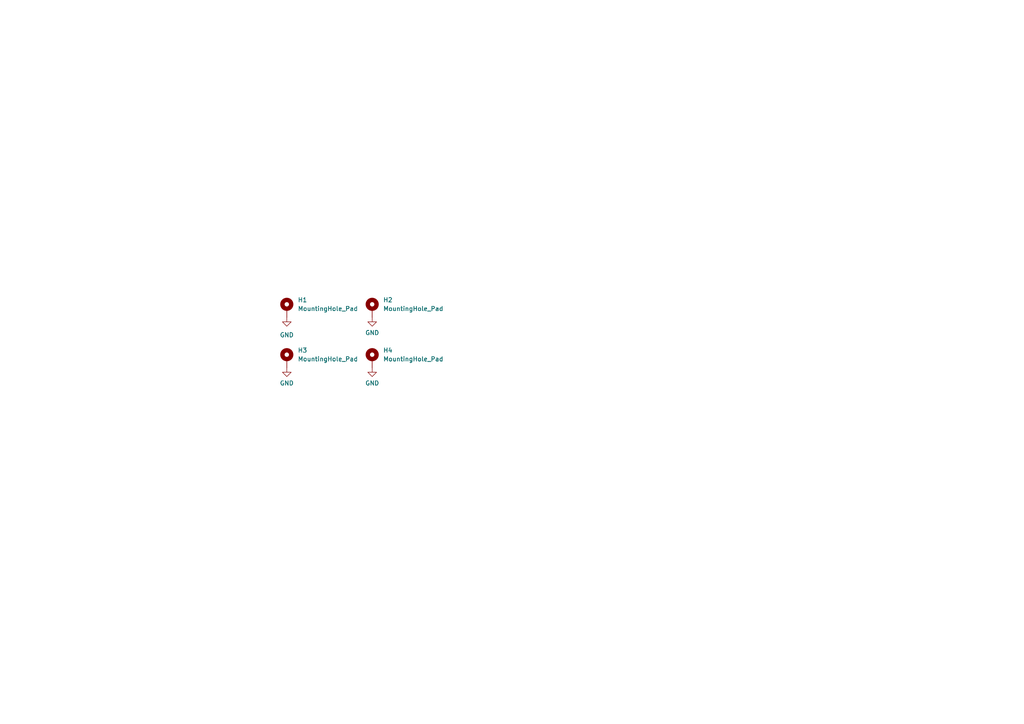
<source format=kicad_sch>
(kicad_sch (version 20230121) (generator eeschema)
  (paper "A4")
  (lib_symbols
    (symbol "Mechanical:MountingHole_Pad" (pin_numbers hide) (pin_names (offset 1.016) hide)
      (property "Reference" "H" (at 0 6.35 0))
      (property "Value" "MountingHole_Pad" (at 0 4.445 0))
      (symbol "MountingHole_Pad_0_1"
        (circle (center 0 1.27) (radius 1.27) (stroke (width 1.27)))
      )
      (symbol "MountingHole_Pad_1_1"
        (pin input line (at 0 -2.54 90) (length 2.54) (name "1") (number "1"))
      )
    )
    (symbol "power:GND" (power) (pin_names (offset 0))
      (property "Value" "GND" (at 0 -3.81 0))
      (symbol "GND_0_1"
        (polyline (pts (xy 0 0) (xy 0 -1.27) (xy 1.27 -1.27) (xy 0 -2.54) (xy -1.27 -1.27) (xy 0 -1.27)))
      )
      (symbol "GND_1_1"
        (pin power_in line (at 0 0 270) (length 0) hide (name "GND") (number "1"))
      )
    )
  )
  (symbol (lib_id "Mechanical:MountingHole_Pad") (at 107.95 104.14 0) (unit 1)
    (property "Reference" "H4" (at 111.125 101.6 0) (effects (justify left)))
    (property "Value" "MountingHole_Pad" (at 111.125 104.14 0) (effects (justify left)))
    (property "Footprint" "MountingHole:MountingHole_3.2mm_M3_ISO14580_Pad" (effects hide))
  )
  (symbol (lib_id "power:GND") (at 83.185 92.075 0) (unit 1)
    (property "Reference" "#PWR01" (effects hide))
    (property "Value" "GND" (at 83.185 97.155 0))
  )
  (symbol (lib_id "power:GND") (at 107.95 106.68 0) (unit 1)
    (property "Reference" "#PWR03" (effects hide))
    (property "Value" "GND" (at 107.95 111.125 0))
  )
  (symbol (lib_id "power:GND") (at 83.185 106.68 0) (unit 1)
    (property "Reference" "#PWR04" (effects hide))
    (property "Value" "GND" (at 83.185 111.125 0))
  )
  (symbol (lib_id "Mechanical:MountingHole_Pad") (at 83.185 104.14 0) (unit 1)
    (property "Reference" "H3" (at 86.36 101.6 0) (effects (justify left)))
    (property "Value" "MountingHole_Pad" (at 86.36 104.14 0) (effects (justify left)))
    (property "Footprint" "MountingHole:MountingHole_3.2mm_M3_ISO14580_Pad" (effects hide))
  )
  (symbol (lib_id "power:GND") (at 107.95 92.075 0) (unit 1)
    (property "Reference" "#PWR02" (effects hide))
    (property "Value" "GND" (at 107.95 96.52 0))
  )
  (symbol (lib_id "Mechanical:MountingHole_Pad") (at 83.185 89.535 0) (unit 1)
    (property "Reference" "H1" (at 86.36 86.995 0) (effects (justify left)))
    (property "Value" "MountingHole_Pad" (at 86.36 89.535 0) (effects (justify left)))
    (property "Footprint" "MountingHole:MountingHole_3.2mm_M3_ISO14580_Pad" (effects hide))
  )
  (symbol (lib_id "Mechanical:MountingHole_Pad") (at 107.95 89.535 0) (unit 1)
    (property "Reference" "H2" (at 111.125 86.995 0) (effects (justify left)))
    (property "Value" "MountingHole_Pad" (at 111.125 89.535 0) (effects (justify left)))
    (property "Footprint" "MountingHole:MountingHole_3.2mm_M3_ISO14580_Pad" (effects hide))
  )
)
</source>
